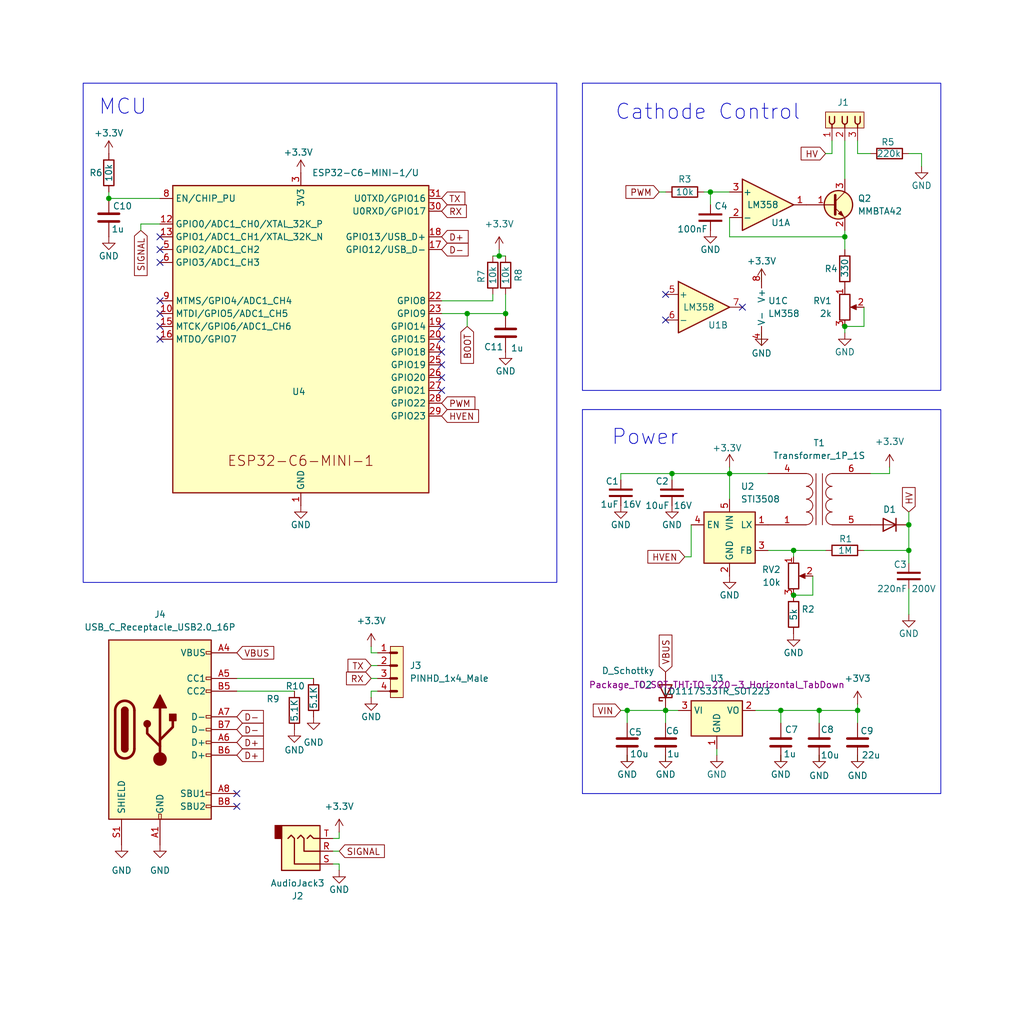
<source format=kicad_sch>
(kicad_sch (version 20231120) (generator "eeschema") (generator_version "8.0")
  (paper "User" 203.2 203.2)
  (title_block (title "IN-13 Device"))
  (lib_symbols
    (symbol "Amplifier_Operational:LM358" (pin_names (offset 0.127))
      (property "Reference" "U" (at 0 5.08 0))
      (property "Value" "LM358" (at 0 -5.08 0))
      (symbol "LM358_1_1"
        (polyline (pts (xy -5.08 5.08) (xy 5.08 0) (xy -5.08 -5.08) (xy -5.08 5.08)) (stroke (width 0.254)) (fill (type background)))
        (pin output line (at 7.62 0 180) (length 2.54) (name "~") (number "1"))
        (pin input line (at -7.62 -2.54 0) (length 2.54) (name "-") (number "2"))
        (pin input line (at -7.62 2.54 0) (length 2.54) (name "+") (number "3"))
      )
      (symbol "LM358_2_1"
        (polyline (pts (xy -5.08 5.08) (xy 5.08 0) (xy -5.08 -5.08) (xy -5.08 5.08)) (stroke (width 0.254)) (fill (type background)))
        (pin input line (at -7.62 2.54 0) (length 2.54) (name "+") (number "5"))
        (pin input line (at -7.62 -2.54 0) (length 2.54) (name "-") (number "6"))
        (pin output line (at 7.62 0 180) (length 2.54) (name "~") (number "7"))
      )
      (symbol "LM358_3_1"
        (pin power_in line (at -2.54 -7.62 90) (length 3.81) (name "V-") (number "4"))
        (pin power_in line (at -2.54 7.62 270) (length 3.81) (name "V+") (number "8"))
      )
    )
    (symbol "Connector:USB_C_Receptacle_USB2.0_16P" (pin_names (offset 1.016))
      (property "Reference" "J" (at 0 22.225 0))
      (property "Value" "USB_C_Receptacle_USB2.0_16P" (at 0 19.685 0))
      (symbol "USB_C_Receptacle_USB2.0_16P_0_0"
        (rectangle (start -0.254 -17.78) (end 0.254 -16.764))
        (rectangle (start 10.16 -14.986) (end 9.144 -15.494))
        (rectangle (start 10.16 -12.446) (end 9.144 -12.954))
        (rectangle (start 10.16 -4.826) (end 9.144 -5.334))
        (rectangle (start 10.16 -2.286) (end 9.144 -2.794))
        (rectangle (start 10.16 0.254) (end 9.144 -0.254))
        (rectangle (start 10.16 2.794) (end 9.144 2.286))
        (rectangle (start 10.16 7.874) (end 9.144 7.366))
        (rectangle (start 10.16 10.414) (end 9.144 9.906))
        (rectangle (start 10.16 15.494) (end 9.144 14.986))
      )
      (symbol "USB_C_Receptacle_USB2.0_16P_0_1"
        (rectangle (start -10.16 17.78) (end 10.16 -17.78) (stroke (width 0.254)) (fill (type background)))
        (arc (start -8.89 -3.81) (mid -6.985 -5.7067) (end -5.08 -3.81) (stroke (width 0.508)))
        (arc (start -7.62 -3.81) (mid -6.985 -4.4423) (end -6.35 -3.81) (stroke (width 0.254)))
        (arc (start -7.62 -3.81) (mid -6.985 -4.4423) (end -6.35 -3.81) (stroke (width 0.254)) (fill (type outline)))
        (rectangle (start -7.62 -3.81) (end -6.35 3.81) (stroke (width 0.254)) (fill (type outline)))
        (arc (start -6.35 3.81) (mid -6.985 4.4423) (end -7.62 3.81) (stroke (width 0.254)))
        (arc (start -6.35 3.81) (mid -6.985 4.4423) (end -7.62 3.81) (stroke (width 0.254)) (fill (type outline)))
        (arc (start -5.08 3.81) (mid -6.985 5.7067) (end -8.89 3.81) (stroke (width 0.508)))
        (circle (center -2.54 1.143) (radius 0.635) (stroke (width 0.254)) (fill (type outline)))
        (circle (center 0 -5.842) (radius 1.27) (fill (type outline)))
        (polyline (pts (xy -8.89 -3.81) (xy -8.89 3.81)) (stroke (width 0.508)))
        (polyline (pts (xy -5.08 3.81) (xy -5.08 -3.81)) (stroke (width 0.508)))
        (polyline (pts (xy 0 -5.842) (xy 0 4.318)) (stroke (width 0.508)))
        (polyline (pts (xy 0 -3.302) (xy -2.54 -0.762) (xy -2.54 0.508)) (stroke (width 0.508)))
        (polyline (pts (xy 0 -2.032) (xy 2.54 0.508) (xy 2.54 1.778)) (stroke (width 0.508)))
        (polyline (pts (xy -1.27 4.318) (xy 0 6.858) (xy 1.27 4.318) (xy -1.27 4.318)) (stroke (width 0.254)) (fill (type outline)))
        (rectangle (start 1.905 1.778) (end 3.175 3.048) (stroke (width 0.254)) (fill (type outline)))
      )
      (symbol "USB_C_Receptacle_USB2.0_16P_1_1"
        (pin passive line (at 0 -22.86 90) (length 5.08) (name "GND") (number "A1"))
        (pin passive line (at 0 -22.86 90) (length 5.08) hide (name "GND") (number "A12"))
        (pin passive line (at 15.24 15.24 180) (length 5.08) (name "VBUS") (number "A4"))
        (pin bidirectional line (at 15.24 10.16 180) (length 5.08) (name "CC1") (number "A5"))
        (pin bidirectional line (at 15.24 -2.54 180) (length 5.08) (name "D+") (number "A6"))
        (pin bidirectional line (at 15.24 2.54 180) (length 5.08) (name "D-") (number "A7"))
        (pin bidirectional line (at 15.24 -12.7 180) (length 5.08) (name "SBU1") (number "A8"))
        (pin passive line (at 15.24 15.24 180) (length 5.08) hide (name "VBUS") (number "A9"))
        (pin passive line (at 0 -22.86 90) (length 5.08) hide (name "GND") (number "B1"))
        (pin passive line (at 0 -22.86 90) (length 5.08) hide (name "GND") (number "B12"))
        (pin passive line (at 15.24 15.24 180) (length 5.08) hide (name "VBUS") (number "B4"))
        (pin bidirectional line (at 15.24 7.62 180) (length 5.08) (name "CC2") (number "B5"))
        (pin bidirectional line (at 15.24 -5.08 180) (length 5.08) (name "D+") (number "B6"))
        (pin bidirectional line (at 15.24 0 180) (length 5.08) (name "D-") (number "B7"))
        (pin bidirectional line (at 15.24 -15.24 180) (length 5.08) (name "SBU2") (number "B8"))
        (pin passive line (at 15.24 15.24 180) (length 5.08) hide (name "VBUS") (number "B9"))
        (pin passive line (at -7.62 -22.86 90) (length 5.08) (name "SHIELD") (number "S1"))
      )
    )
    (symbol "Connector_Audio:AudioJack3"
      (property "Reference" "J" (at 0 8.89 0))
      (property "Value" "AudioJack3" (at 0 6.35 0))
      (symbol "AudioJack3_0_1"
        (rectangle (start -5.08 -5.08) (end -6.35 -2.54) (stroke (width 0.254)) (fill (type outline)))
        (polyline (pts (xy 0 -2.54) (xy 0.635 -3.175) (xy 1.27 -2.54) (xy 2.54 -2.54)) (stroke (width 0.254)))
        (polyline (pts (xy -1.905 -2.54) (xy -1.27 -3.175) (xy -0.635 -2.54) (xy -0.635 0) (xy 2.54 0)) (stroke (width 0.254)))
        (polyline (pts (xy 2.54 2.54) (xy -2.54 2.54) (xy -2.54 -2.54) (xy -3.175 -3.175) (xy -3.81 -2.54)) (stroke (width 0.254)))
        (rectangle (start 2.54 3.81) (end -5.08 -5.08) (stroke (width 0.254)) (fill (type background)))
      )
      (symbol "AudioJack3_1_1"
        (pin passive line (at 5.08 0 180) (length 2.54) (name "~") (number "R"))
        (pin passive line (at 5.08 2.54 180) (length 2.54) (name "~") (number "S"))
        (pin passive line (at 5.08 -2.54 180) (length 2.54) (name "~") (number "T"))
      )
    )
    (symbol "Device:C" (pin_numbers hide) (pin_names (offset 0.254))
      (property "Reference" "C" (at 0.635 2.54 0))
      (property "Value" "C" (at 0.635 -2.54 0))
      (symbol "C_0_1"
        (polyline (pts (xy -2.032 -0.762) (xy 2.032 -0.762)) (stroke (width 0.508)))
        (polyline (pts (xy -2.032 0.762) (xy 2.032 0.762)) (stroke (width 0.508)))
      )
      (symbol "C_1_1"
        (pin passive line (at 0 3.81 270) (length 2.794) (name "~") (number "1"))
        (pin passive line (at 0 -3.81 90) (length 2.794) (name "~") (number "2"))
      )
    )
    (symbol "Device:D_Schottky" (pin_numbers hide) (pin_names (offset 1.016) hide)
      (property "Reference" "D" (at 0 2.54 0))
      (property "Value" "D_Schottky" (at 0 -2.54 0))
      (symbol "D_Schottky_0_1"
        (polyline (pts (xy 1.27 0) (xy -1.27 0)))
        (polyline (pts (xy 1.27 1.27) (xy 1.27 -1.27) (xy -1.27 0) (xy 1.27 1.27)) (stroke (width 0.254)))
        (polyline (pts (xy -1.905 0.635) (xy -1.905 1.27) (xy -1.27 1.27) (xy -1.27 -1.27) (xy -0.635 -1.27) (xy -0.635 -0.635)) (stroke (width 0.254)))
      )
      (symbol "D_Schottky_1_1"
        (pin passive line (at -3.81 0 0) (length 2.54) (name "K") (number "1"))
        (pin passive line (at 3.81 0 180) (length 2.54) (name "A") (number "2"))
      )
    )
    (symbol "Device:R" (pin_numbers hide) (pin_names (offset 0))
      (property "Reference" "R" (at 2.032 0 90))
      (property "Value" "R" (at 0 0 90))
      (symbol "R_0_1"
        (rectangle (start -1.016 -2.54) (end 1.016 2.54) (stroke (width 0.254)))
      )
      (symbol "R_1_1"
        (pin passive line (at 0 3.81 270) (length 1.27) (name "~") (number "1"))
        (pin passive line (at 0 -3.81 90) (length 1.27) (name "~") (number "2"))
      )
    )
    (symbol "Device:R_Potentiometer" (pin_names (offset 1.016) hide)
      (property "Reference" "RV" (at -4.445 0 90))
      (property "Value" "R_Potentiometer" (at -2.54 0 90))
      (symbol "R_Potentiometer_0_1"
        (polyline (pts (xy 2.54 0) (xy 1.524 0)))
        (polyline (pts (xy 1.143 0) (xy 2.286 0.508) (xy 2.286 -0.508) (xy 1.143 0)) (fill (type outline)))
        (rectangle (start 1.016 2.54) (end -1.016 -2.54) (stroke (width 0.254)))
      )
      (symbol "R_Potentiometer_1_1"
        (pin passive line (at 0 3.81 270) (length 1.27) (name "1") (number "1"))
        (pin passive line (at 3.81 0 180) (length 1.27) (name "2") (number "2"))
        (pin passive line (at 0 -3.81 90) (length 1.27) (name "3") (number "3"))
      )
    )
    (symbol "Diode:US1G" (pin_numbers hide) (pin_names hide)
      (property "Reference" "D" (at 0 2.54 0))
      (property "Value" "US1G" (at 0 -2.54 0))
      (symbol "US1G_0_1"
        (polyline (pts (xy -1.27 1.27) (xy -1.27 -1.27)) (stroke (width 0.254)))
        (polyline (pts (xy 1.27 0) (xy -1.27 0)))
        (polyline (pts (xy 1.27 1.27) (xy 1.27 -1.27) (xy -1.27 0) (xy 1.27 1.27)) (stroke (width 0.254)))
      )
      (symbol "US1G_1_1"
        (pin passive line (at -3.81 0 0) (length 2.54) (name "K") (number "1"))
        (pin passive line (at 3.81 0 180) (length 2.54) (name "A") (number "2"))
      )
    )
    (symbol "IN13-Device:EE0504S_Transformer" (pin_names (offset 1.016) hide)
      (property "Reference" "T1" (at 0 11.176 0))
      (property "Value" "EE0504S_Transformer" (at 0 8.636 0))
      (symbol "EE0504S_Transformer_0_1"
        (arc (start -2.54 -5.0546) (mid -1.6599 -4.6901) (end -1.27 -3.81))
        (arc (start -2.54 -2.5146) (mid -1.6599 -2.1501) (end -1.27 -1.27))
        (arc (start -2.54 0.0254) (mid -1.6599 0.3899) (end -1.27 1.27))
        (arc (start -2.54 2.5654) (mid -1.6599 2.9299) (end -1.27 3.81))
        (arc (start -1.27 -3.81) (mid -1.642 -2.912) (end -2.54 -2.54))
        (arc (start -1.27 -1.27) (mid -1.642 -0.372) (end -2.54 0))
        (arc (start -1.27 1.27) (mid -1.642 2.168) (end -2.54 2.54))
        (arc (start -1.27 3.81) (mid -1.642 4.708) (end -2.54 5.08))
        (polyline (pts (xy -0.635 5.08) (xy -0.635 -5.08)))
        (polyline (pts (xy 0.635 -5.08) (xy 0.635 5.08)))
        (arc (start 1.2954 -1.27) (mid 1.6599 -2.1501) (end 2.54 -2.5146))
        (arc (start 1.2954 1.27) (mid 1.6599 0.3899) (end 2.54 0.0254))
        (arc (start 1.2954 3.81) (mid 1.6599 2.9299) (end 2.54 2.5654))
        (arc (start 1.3208 -3.81) (mid 1.6853 -4.6901) (end 2.5654 -5.0546))
        (arc (start 2.54 0) (mid 1.642 -0.372) (end 1.2954 -1.27))
        (arc (start 2.54 2.54) (mid 1.642 2.168) (end 1.2954 1.27))
        (arc (start 2.54 5.08) (mid 1.642 4.708) (end 1.2954 3.81))
        (arc (start 2.5654 -2.54) (mid 1.6674 -2.912) (end 1.3208 -3.81))
      )
      (symbol "EE0504S_Transformer_1_1"
        (pin passive line (at -10.16 -5.08 0) (length 7.62) (name "AB") (number "1"))
        (pin passive line (at -10.16 5.08 0) (length 7.62) (name "AA") (number "4"))
        (pin passive line (at 10.16 -5.08 180) (length 7.62) (name "SA") (number "5"))
        (pin passive line (at 10.16 5.08 180) (length 7.62) (name "SB") (number "6"))
      )
    )
    (symbol "IN13-Device:STI3508"
      (property "Reference" "U2" (at 2.1941 10.16 0))
      (property "Value" "STI3508" (at 2.1941 7.62 0))
      (symbol "STI3508_0_1"
        (rectangle (start 5.08 -5.08) (end -5.08 5.08) (stroke (width 0.254)) (fill (type background)))
      )
      (symbol "STI3508_1_1"
        (pin open_collector line (at 7.62 2.54 180) (length 2.54) (name "LX") (number "1"))
        (pin power_in line (at 0 -7.62 90) (length 2.54) (name "GND") (number "2"))
        (pin input line (at 7.62 -2.54 180) (length 2.54) (name "FB") (number "3"))
        (pin input line (at -7.62 2.54 0) (length 2.54) (name "EN") (number "4"))
        (pin power_in line (at 0 7.62 270) (length 2.54) (name "VIN") (number "5"))
        (pin no_connect line (at -5.08 -2.54 0) (length 2.54) hide (name "~") (number "6"))
      )
    )
    (symbol "PCM_Espressif:ESP32-C6-MINI-1/U"
      (property "Reference" "U" (at -25.4 35.56 0))
      (property "Value" "ESP32-C6-MINI-1/U" (at -25.4 33.02 0))
      (symbol "ESP32-C6-MINI-1/U_0_0"
        (text "ESP32-C6-MINI-1" (at 0 -24.13 0) (effects (font (size 2 2))))
      )
      (symbol "ESP32-C6-MINI-1/U_0_1"
        (rectangle (start -25.4 30.48) (end 25.4 -30.48) (stroke (width 0.254)) (fill (type background)))
      )
      (symbol "ESP32-C6-MINI-1/U_1_1"
        (pin power_in line (at 0 -33.02 90) (length 2.54) (name "GND") (number "1"))
        (pin bidirectional line (at -27.94 5.08 0) (length 2.54) (name "MTDI/GPIO5/ADC1_CH5") (number "10"))
        (pin passive line (at 0 -33.02 90) (length 2.54) hide (name "GND") (number "11"))
        (pin bidirectional line (at -27.94 22.86 0) (length 2.54) (name "GPIO0/ADC1_CH0/XTAL_32K_P") (number "12"))
        (pin bidirectional line (at -27.94 20.32 0) (length 2.54) (name "GPIO1/ADC1_CH1/XTAL_32K_N") (number "13"))
        (pin passive line (at 0 -33.02 90) (length 2.54) hide (name "GND") (number "14"))
        (pin bidirectional line (at -27.94 2.54 0) (length 2.54) (name "MTCK/GPIO6/ADC1_CH6") (number "15"))
        (pin bidirectional line (at -27.94 0 0) (length 2.54) (name "MTDO/GPIO7") (number "16"))
        (pin bidirectional line (at 27.94 17.78 180) (length 2.54) (name "GPIO12/USB_D-") (number "17"))
        (pin bidirectional line (at 27.94 20.32 180) (length 2.54) (name "GPIO13/USB_D+") (number "18"))
        (pin bidirectional line (at 27.94 2.54 180) (length 2.54) (name "GPIO14") (number "19"))
        (pin passive line (at 0 -33.02 90) (length 2.54) hide (name "GND") (number "2"))
        (pin bidirectional line (at 27.94 0 180) (length 2.54) (name "GPIO15") (number "20"))
        (pin no_connect line (at -25.4 -10.16 0) (length 2.54) hide (name "NC") (number "21"))
        (pin bidirectional line (at 27.94 7.62 180) (length 2.54) (name "GPIO8") (number "22"))
        (pin bidirectional line (at 27.94 5.08 180) (length 2.54) (name "GPIO9") (number "23"))
        (pin bidirectional line (at 27.94 -2.54 180) (length 2.54) (name "GPIO18") (number "24"))
        (pin bidirectional line (at 27.94 -5.08 180) (length 2.54) (name "GPIO19") (number "25"))
        (pin bidirectional line (at 27.94 -7.62 180) (length 2.54) (name "GPIO20") (number "26"))
        (pin bidirectional line (at 27.94 -10.16 180) (length 2.54) (name "GPIO21") (number "27"))
        (pin bidirectional line (at 27.94 -12.7 180) (length 2.54) (name "GPIO22") (number "28"))
        (pin bidirectional line (at 27.94 -15.24 180) (length 2.54) (name "GPIO23") (number "29"))
        (pin power_in line (at 0 33.02 270) (length 2.54) (name "3V3") (number "3"))
        (pin bidirectional line (at 27.94 25.4 180) (length 2.54) (name "U0RXD/GPIO17") (number "30"))
        (pin bidirectional line (at 27.94 27.94 180) (length 2.54) (name "U0TXD/GPIO16") (number "31"))
        (pin no_connect line (at -25.4 -12.7 0) (length 2.54) hide (name "NC") (number "32"))
        (pin no_connect line (at -25.4 -15.24 0) (length 2.54) hide (name "NC") (number "33"))
        (pin no_connect line (at -25.4 -17.78 0) (length 2.54) hide (name "NC") (number "34"))
        (pin no_connect line (at -25.4 -20.32 0) (length 2.54) hide (name "NC") (number "35"))
        (pin passive line (at 0 -33.02 90) (length 2.54) hide (name "GND") (number "36"))
        (pin passive line (at 0 -33.02 90) (length 2.54) hide (name "GND") (number "37"))
        (pin passive line (at 0 -33.02 90) (length 2.54) hide (name "GND") (number "38"))
        (pin passive line (at 0 -33.02 90) (length 2.54) hide (name "GND") (number "39"))
        (pin no_connect line (at -25.4 -5.08 0) (length 2.54) hide (name "NC") (number "4"))
        (pin passive line (at 0 -33.02 90) (length 2.54) hide (name "GND") (number "40"))
        (pin passive line (at 0 -33.02 90) (length 2.54) hide (name "GND") (number "41"))
        (pin passive line (at 0 -33.02 90) (length 2.54) hide (name "GND") (number "42"))
        (pin passive line (at 0 -33.02 90) (length 2.54) hide (name "GND") (number "43"))
        (pin passive line (at 0 -33.02 90) (length 2.54) hide (name "GND") (number "44"))
        (pin passive line (at 0 -33.02 90) (length 2.54) hide (name "GND") (number "45"))
        (pin passive line (at 0 -33.02 90) (length 2.54) hide (name "GND") (number "46"))
        (pin passive line (at 0 -33.02 90) (length 2.54) hide (name "GND") (number "47"))
        (pin passive line (at 0 -33.02 90) (length 2.54) hide (name "GND") (number "48"))
        (pin passive line (at 0 -33.02 90) (length 2.54) hide (name "GND") (number "49"))
        (pin bidirectional line (at -27.94 17.78 0) (length 2.54) (name "GPIO2/ADC1_CH2") (number "5"))
        (pin passive line (at 0 -33.02 90) (length 2.54) hide (name "GND") (number "50"))
        (pin passive line (at 0 -33.02 90) (length 2.54) hide (name "GND") (number "51"))
        (pin passive line (at 0 -33.02 90) (length 2.54) hide (name "GND") (number "52"))
        (pin passive line (at 0 -33.02 90) (length 2.54) hide (name "GND") (number "53"))
        (pin bidirectional line (at -27.94 15.24 0) (length 2.54) (name "GPIO3/ADC1_CH3") (number "6"))
        (pin no_connect line (at -25.4 -7.62 0) (length 2.54) hide (name "NC") (number "7"))
        (pin input line (at -27.94 27.94 0) (length 2.54) (name "EN/CHIP_PU") (number "8"))
        (pin bidirectional line (at -27.94 7.62 0) (length 2.54) (name "MTMS/GPIO4/ADC1_CH4") (number "9"))
      )
    )
    (symbol "PCM_SL_Devices:Capacitor_NP"
      (property "Reference" "C" (at 0 6.35 0))
      (property "Value" "Capacitor_NP" (at 0 3.81 0))
      (symbol "Capacitor_NP_0_1"
        (rectangle (start -0.762 2.286) (end -0.508 -2.286) (fill (type outline)))
        (rectangle (start 0.508 2.286) (end 0.762 -2.286) (fill (type outline)))
      )
      (symbol "Capacitor_NP_1_1"
        (pin passive line (at -2.54 0 0) (length 2) (name "~") (number "1"))
        (pin input line (at 2.54 0 180) (length 2) (name "~") (number "2"))
      )
    )
    (symbol "PCM_SL_Pin_Headers:PINHD_1x3_Female"
      (property "Reference" "J" (at 0 8.89 0))
      (property "Value" "PINHD_1x3_Female" (at 0 6.35 0))
      (symbol "PINHD_1x3_Female_0_1"
        (rectangle (start -1.27 3.81) (end 1.905 -3.81) (fill (type background)))
        (arc (start -0.508 -2.54) (mid -0.3592 -2.8992) (end 0 -3.048) (stroke (width 0.25)))
        (arc (start -0.508 0) (mid -0.3592 -0.3592) (end 0 -0.508) (stroke (width 0.25)))
        (arc (start -0.508 2.54) (mid -0.3592 2.1808) (end 0 2.032) (stroke (width 0.25)))
        (arc (start 0 -2.032) (mid -0.3592 -2.1808) (end -0.508 -2.54) (stroke (width 0.25)))
        (polyline (pts (xy -1.27 -2.54) (xy -0.508 -2.54)) (stroke (width 0.25)))
        (polyline (pts (xy -1.27 0) (xy -0.508 0)) (stroke (width 0.25)))
        (polyline (pts (xy -1.27 2.54) (xy -0.508 2.54)) (stroke (width 0.25)))
        (polyline (pts (xy 0 -3.048) (xy 1.016 -3.048)) (stroke (width 0.25)))
        (polyline (pts (xy 0 -2.032) (xy 1.016 -2.032)) (stroke (width 0.25)))
        (polyline (pts (xy 0 -0.508) (xy 1.016 -0.508)) (stroke (width 0.25)))
        (polyline (pts (xy 0 0.508) (xy 1.016 0.508)) (stroke (width 0.25)))
        (polyline (pts (xy 0 2.032) (xy 1.016 2.032)) (stroke (width 0.25)))
        (polyline (pts (xy 0 3.048) (xy 1.016 3.048)) (stroke (width 0.25)))
        (arc (start 0 0.508) (mid -0.3592 0.3592) (end -0.508 0) (stroke (width 0.25)))
        (arc (start 0 3.048) (mid -0.3592 2.8992) (end -0.508 2.54) (stroke (width 0.25)))
      )
      (symbol "PINHD_1x3_Female_1_1"
        (pin passive line (at -3.81 2.54 0) (length 2.54) (name "") (number "1"))
        (pin passive line (at -3.81 0 0) (length 2.54) (name "") (number "2"))
        (pin passive line (at -3.81 -2.54 0) (length 2.54) (name "") (number "3"))
      )
    )
    (symbol "PCM_SL_Pin_Headers:PINHD_1x4_Male"
      (property "Reference" "J" (at 0 8.89 0))
      (property "Value" "PINHD_1x4_Male" (at 0 6.35 0))
      (symbol "PINHD_1x4_Male_0_1"
        (rectangle (start -1.27 5.08) (end 1.27 -5.08) (fill (type background)))
        (polyline (pts (xy -1.27 -3.81) (xy 0 -3.81)) (stroke (width 0.3)))
        (polyline (pts (xy -1.27 -3.81) (xy 0 -3.81)) (stroke (width 0.5)))
        (polyline (pts (xy -1.27 -1.27) (xy 0 -1.27)) (stroke (width 0.3)))
        (polyline (pts (xy -1.27 -1.27) (xy 0 -1.27)) (stroke (width 0.5)))
        (polyline (pts (xy -1.27 1.27) (xy 0 1.27)) (stroke (width 0.3)))
        (polyline (pts (xy -1.27 1.27) (xy 0 1.27)) (stroke (width 0.5)))
        (polyline (pts (xy -1.27 3.81) (xy 0 3.81)) (stroke (width 0.3)))
        (polyline (pts (xy -1.27 3.81) (xy 0 3.81)) (stroke (width 0.5)))
      )
      (symbol "PINHD_1x4_Male_1_1"
        (pin passive line (at -3.81 3.81 0) (length 2.54) (name "") (number "1"))
        (pin passive line (at -3.81 1.27 0) (length 2.54) (name "") (number "2"))
        (pin passive line (at -3.81 -1.27 0) (length 2.54) (name "") (number "3"))
        (pin passive line (at -3.81 -3.81 0) (length 2.54) (name "") (number "4"))
      )
    )
    (symbol "PCM_Transistor_BJT_AKL:MMBTA42" (pin_names hide)
      (property "Reference" "Q" (at 5.08 1.27 0))
      (property "Value" "MMBTA42" (at 5.08 -1.27 0))
      (symbol "MMBTA42_0_1"
        (polyline (pts (xy 0.635 0.635) (xy 2.54 2.54)))
        (polyline (pts (xy 0.635 -0.635) (xy 2.54 -2.54) (xy 2.54 -2.54)))
        (polyline (pts (xy 0.635 1.905) (xy 0.635 -1.905) (xy 0.635 -1.905)) (stroke (width 0.508)))
        (polyline (pts (xy 1.27 -1.778) (xy 1.778 -1.27) (xy 2.286 -2.286) (xy 1.27 -1.778) (xy 1.27 -1.778)) (fill (type outline)))
        (circle (center 1.27 0) (radius 2.8194) (stroke (width 0.254)) (fill (type background)))
      )
      (symbol "MMBTA42_1_1"
        (pin input line (at -5.08 0 0) (length 5.715) (name "B") (number "1"))
        (pin passive line (at 2.54 -5.08 90) (length 2.54) (name "E") (number "2"))
        (pin passive line (at 2.54 5.08 270) (length 2.54) (name "C") (number "3"))
      )
    )
    (symbol "Regulator_Linear:LD1117S33TR_SOT223"
      (property "Reference" "U" (at -3.81 3.175 0))
      (property "Value" "LD1117S33TR_SOT223" (at 0 3.175 0))
      (symbol "LD1117S33TR_SOT223_0_1"
        (rectangle (start -5.08 -5.08) (end 5.08 1.905) (stroke (width 0.254)) (fill (type background)))
      )
      (symbol "LD1117S33TR_SOT223_1_1"
        (pin power_in line (at 0 -7.62 90) (length 2.54) (name "GND") (number "1"))
        (pin power_out line (at 7.62 0 180) (length 2.54) (name "VO") (number "2"))
        (pin power_in line (at -7.62 0 0) (length 2.54) (name "VI") (number "3"))
      )
    )
    (symbol "power:+3.3V" (power) (pin_numbers hide) (pin_names (offset 0) hide)
      (property "Value" "+3.3V" (at 0 3.556 0))
      (symbol "+3.3V_0_1"
        (polyline (pts (xy -0.762 1.27) (xy 0 2.54)))
        (polyline (pts (xy 0 0) (xy 0 2.54)))
        (polyline (pts (xy 0 2.54) (xy 0.762 1.27)))
      )
      (symbol "+3.3V_1_1"
        (pin power_in line (at 0 0 90) (length 0) (name "~") (number "1"))
      )
    )
    (symbol "power:+3V3" (power) (pin_numbers hide) (pin_names (offset 0) hide)
      (property "Value" "+3V3" (at 0 3.556 0))
      (symbol "+3V3_0_1"
        (polyline (pts (xy -0.762 1.27) (xy 0 2.54)))
        (polyline (pts (xy 0 0) (xy 0 2.54)))
        (polyline (pts (xy 0 2.54) (xy 0.762 1.27)))
      )
      (symbol "+3V3_1_1"
        (pin power_in line (at 0 0 90) (length 0) (name "~") (number "1"))
      )
    )
    (symbol "power:GND" (power) (pin_numbers hide) (pin_names (offset 0) hide)
      (property "Value" "GND" (at 0 -3.81 0))
      (symbol "GND_0_1"
        (polyline (pts (xy 0 0) (xy 0 -1.27) (xy 1.27 -1.27) (xy 0 -2.54) (xy -1.27 -1.27) (xy 0 -1.27)))
      )
      (symbol "GND_1_1"
        (pin power_in line (at 0 0 270) (length 0) (name "~") (number "1"))
      )
    )
    (symbol "power:PWR_FLAG" (power) (pin_numbers hide) (pin_names (offset 0) hide)
      (property "Value" "PWR_FLAG" (at 0 3.81 0))
      (symbol "PWR_FLAG_0_0"
        (pin power_out line (at 0 0 90) (length 0) (name "~") (number "1"))
      )
      (symbol "PWR_FLAG_0_1"
        (polyline (pts (xy 0 0) (xy 0 1.27) (xy -1.016 1.905) (xy 0 2.54) (xy 1.016 1.905) (xy 0 1.27)))
      )
    )
  )
  (junction (at 180.34 109.22))
  (junction (at 99.06 50.8))
  (junction (at 157.48 118.11))
  (junction (at 133.35 93.98))
  (junction (at 100.33 62.23))
  (junction (at 167.64 64.77))
  (junction (at 132.08 140.97))
  (junction (at 170.18 140.97))
  (junction (at 167.64 46.99))
  (junction (at 162.56 140.97))
  (junction (at 124.46 140.97))
  (junction (at 21.59 39.37))
  (junction (at 144.78 93.98))
  (junction (at 92.71 62.23))
  (junction (at 180.34 104.14))
  (junction (at 157.48 109.22))
  (junction (at 140.97 38.1))
  (junction (at 154.94 140.97))
  (no_connect (at 87.63 72.39))
  (no_connect (at 31.75 49.53))
  (no_connect (at 87.63 74.93))
  (no_connect (at 87.63 69.85))
  (no_connect (at 31.75 64.77))
  (no_connect (at 87.63 67.31))
  (no_connect (at 31.75 59.69))
  (no_connect (at 46.99 160.02))
  (no_connect (at 87.63 64.77))
  (no_connect (at 31.75 52.07))
  (no_connect (at 147.32 60.96))
  (no_connect (at 132.08 63.5))
  (no_connect (at 132.08 58.42))
  (no_connect (at 31.75 62.23))
  (no_connect (at 31.75 46.99))
  (no_connect (at 46.99 157.48))
  (no_connect (at 31.75 67.31))
  (no_connect (at 87.63 77.47))
  (wire (pts (xy 154.94 149.86) (xy 154.94 151.13)))
  (wire (pts (xy 140.97 38.1) (xy 140.97 40.64)))
  (wire (pts (xy 161.29 118.11) (xy 157.48 118.11)))
  (wire (pts (xy 99.06 50.8) (xy 99.06 49.53)))
  (wire (pts (xy 140.97 38.1) (xy 144.78 38.1)))
  (wire (pts (xy 165.1 30.48) (xy 165.1 27.94)))
  (wire (pts (xy 67.31 171.45) (xy 66.04 171.45)))
  (wire (pts (xy 157.48 109.22) (xy 157.48 110.49)))
  (wire (pts (xy 170.18 149.86) (xy 170.18 151.13)))
  (wire (pts (xy 135.89 110.49) (xy 137.16 110.49)))
  (wire (pts (xy 170.18 140.97) (xy 170.18 143.51)))
  (wire (pts (xy 87.63 59.69) (xy 97.79 59.69)))
  (wire (pts (xy 73.66 129.54) (xy 74.93 129.54)))
  (wire (pts (xy 92.71 62.23) (xy 92.71 64.77)))
  (wire (pts (xy 123.19 95.25) (xy 123.19 93.98)))
  (wire (pts (xy 171.45 60.96) (xy 171.45 64.77)))
  (wire (pts (xy 154.94 140.97) (xy 154.94 143.51)))
  (wire (pts (xy 99.06 50.8) (xy 100.33 50.8)))
  (wire (pts (xy 161.29 114.3) (xy 161.29 118.11)))
  (wire (pts (xy 167.64 46.99) (xy 144.78 46.99)))
  (wire (pts (xy 100.33 58.42) (xy 100.33 62.23)))
  (wire (pts (xy 167.64 64.77) (xy 167.64 66.04)))
  (wire (pts (xy 144.78 46.99) (xy 144.78 43.18)))
  (wire (pts (xy 73.66 137.16) (xy 73.66 138.43)))
  (wire (pts (xy 66.04 168.91) (xy 67.31 168.91)))
  (wire (pts (xy 170.18 30.48) (xy 172.72 30.48)))
  (wire (pts (xy 137.16 104.14) (xy 137.16 110.49)))
  (wire (pts (xy 180.34 109.22) (xy 180.34 111.76)))
  (wire (pts (xy 157.48 109.22) (xy 163.83 109.22)))
  (wire (pts (xy 87.63 62.23) (xy 92.71 62.23)))
  (wire (pts (xy 27.94 44.45) (xy 31.75 44.45)))
  (wire (pts (xy 149.86 140.97) (xy 154.94 140.97)))
  (wire (pts (xy 152.4 109.22) (xy 157.48 109.22)))
  (wire (pts (xy 162.56 140.97) (xy 162.56 143.51)))
  (wire (pts (xy 132.08 140.97) (xy 132.08 143.51)))
  (wire (pts (xy 182.88 30.48) (xy 182.88 33.02)))
  (wire (pts (xy 167.64 46.99) (xy 167.64 49.53)))
  (wire (pts (xy 154.94 140.97) (xy 162.56 140.97)))
  (wire (pts (xy 73.66 134.62) (xy 74.93 134.62)))
  (wire (pts (xy 92.71 62.23) (xy 100.33 62.23)))
  (wire (pts (xy 180.34 101.6) (xy 180.34 104.14)))
  (wire (pts (xy 167.64 45.72) (xy 167.64 46.99)))
  (wire (pts (xy 180.34 30.48) (xy 182.88 30.48)))
  (wire (pts (xy 21.59 38.1) (xy 21.59 39.37)))
  (wire (pts (xy 67.31 166.37) (xy 66.04 166.37)))
  (wire (pts (xy 133.35 93.98) (xy 133.35 95.25)))
  (wire (pts (xy 21.59 39.37) (xy 31.75 39.37)))
  (wire (pts (xy 27.94 45.72) (xy 27.94 44.45)))
  (wire (pts (xy 67.31 172.72) (xy 67.31 171.45)))
  (wire (pts (xy 144.78 92.71) (xy 144.78 93.98)))
  (wire (pts (xy 162.56 149.86) (xy 162.56 151.13)))
  (wire (pts (xy 133.35 93.98) (xy 144.78 93.98)))
  (wire (pts (xy 171.45 109.22) (xy 180.34 109.22)))
  (wire (pts (xy 180.34 121.92) (xy 180.34 116.84)))
  (wire (pts (xy 124.46 140.97) (xy 132.08 140.97)))
  (wire (pts (xy 97.79 50.8) (xy 99.06 50.8)))
  (wire (pts (xy 171.45 64.77) (xy 167.64 64.77)))
  (wire (pts (xy 73.66 128.27) (xy 73.66 129.54)))
  (wire (pts (xy 162.56 140.97) (xy 170.18 140.97)))
  (wire (pts (xy 123.19 140.97) (xy 124.46 140.97)))
  (wire (pts (xy 46.99 134.62) (xy 62.23 134.62)))
  (wire (pts (xy 139.7 38.1) (xy 140.97 38.1)))
  (wire (pts (xy 97.79 59.69) (xy 97.79 58.42)))
  (wire (pts (xy 142.24 149.86) (xy 142.24 148.59)))
  (wire (pts (xy 132.08 149.86) (xy 132.08 151.13)))
  (wire (pts (xy 144.78 93.98) (xy 152.4 93.98)))
  (wire (pts (xy 132.08 140.97) (xy 134.62 140.97)))
  (wire (pts (xy 170.18 139.7) (xy 170.18 140.97)))
  (wire (pts (xy 167.64 27.94) (xy 167.64 35.56)))
  (wire (pts (xy 124.46 149.86) (xy 124.46 151.13)))
  (wire (pts (xy 151.13 66.04) (xy 151.13 68.58)))
  (wire (pts (xy 74.93 137.16) (xy 73.66 137.16)))
  (wire (pts (xy 151.13 55.88) (xy 151.13 53.34)))
  (wire (pts (xy 132.08 38.1) (xy 130.81 38.1)))
  (wire (pts (xy 144.78 93.98) (xy 144.78 99.06)))
  (wire (pts (xy 180.34 104.14) (xy 180.34 109.22)))
  (wire (pts (xy 46.99 137.16) (xy 58.42 137.16)))
  (wire (pts (xy 163.83 30.48) (xy 165.1 30.48)))
  (wire (pts (xy 123.19 93.98) (xy 133.35 93.98)))
  (wire (pts (xy 67.31 165.1) (xy 67.31 166.37)))
  (wire (pts (xy 73.66 132.08) (xy 74.93 132.08)))
  (wire (pts (xy 170.18 27.94) (xy 170.18 30.48)))
  (wire (pts (xy 176.53 93.98) (xy 176.53 92.71)))
  (wire (pts (xy 124.46 140.97) (xy 124.46 143.51)))
  (wire (pts (xy 172.72 93.98) (xy 176.53 93.98)))
  (rectangle (start 115.57 81.28) (end 186.69 157.48))
  (rectangle (start 115.57 16.51) (end 186.69 77.47))
  (rectangle (start 16.51 16.51) (end 110.49 115.57))
  (text "Cathode Control\n" (at 140.462 22.352 0) (effects (font (size 3 3))))
  (text "MCU" (at 24.384 21.336 0) (effects (font (size 3 3))))
  (text "Power" (at 128.016 86.868 0) (effects (font (size 3 3))))
  (global_label "PWM" (shape input) (at 87.63 80.01 0) (property "Intersheetrefs" "${INTERSHEET_REFS}" (effects (hide yes))))
  (global_label "D+" (shape input) (at 87.63 46.99 0) (property "Intersheetrefs" "${INTERSHEET_REFS}" (effects (hide yes))))
  (global_label "D+" (shape input) (at 46.99 147.32 0) (property "Intersheetrefs" "${INTERSHEET_REFS}" (effects (hide yes))))
  (global_label "PWM" (shape input) (at 130.81 38.1 180) (property "Intersheetrefs" "${INTERSHEET_REFS}" (effects (hide yes))))
  (global_label "VIN" (shape input) (at 265.43 68.58 90) (property "Intersheetrefs" "${INTERSHEET_REFS}" (effects (hide yes))))
  (global_label "HVEN" (shape input) (at 87.63 82.55 0) (property "Intersheetrefs" "${INTERSHEET_REFS}" (effects (hide yes))))
  (global_label "RX" (shape input) (at 73.66 134.62 180) (property "Intersheetrefs" "${INTERSHEET_REFS}" (effects (hide yes))))
  (global_label "TX" (shape input) (at 73.66 132.08 180) (property "Intersheetrefs" "${INTERSHEET_REFS}" (effects (hide yes))))
  (global_label "BOOT" (shape input) (at 92.71 64.77 270) (property "Intersheetrefs" "${INTERSHEET_REFS}" (effects (hide yes))))
  (global_label "RX" (shape input) (at 87.63 41.91 0) (property "Intersheetrefs" "${INTERSHEET_REFS}" (effects (hide yes))))
  (global_label "VBUS" (shape input) (at 46.99 129.54 0) (property "Intersheetrefs" "${INTERSHEET_REFS}" (effects (hide yes))))
  (global_label "D-" (shape input) (at 46.99 144.78 0) (property "Intersheetrefs" "${INTERSHEET_REFS}" (effects (hide yes))))
  (global_label "D-" (shape input) (at 46.99 142.24 0) (property "Intersheetrefs" "${INTERSHEET_REFS}" (effects (hide yes))))
  (global_label "VIN" (shape input) (at 123.19 140.97 180) (property "Intersheetrefs" "${INTERSHEET_REFS}" (effects (hide yes))))
  (global_label "D-" (shape input) (at 87.63 49.53 0) (property "Intersheetrefs" "${INTERSHEET_REFS}" (effects (hide yes))))
  (global_label "HV" (shape input) (at 180.34 101.6 90) (property "Intersheetrefs" "${INTERSHEET_REFS}" (effects (hide yes))))
  (global_label "D+" (shape input) (at 46.99 149.86 0) (property "Intersheetrefs" "${INTERSHEET_REFS}" (effects (hide yes))))
  (global_label "HV" (shape input) (at 163.83 30.48 180) (property "Intersheetrefs" "${INTERSHEET_REFS}" (effects (hide yes))))
  (global_label "SIGNAL" (shape input) (at 67.31 168.91 0) (property "Intersheetrefs" "${INTERSHEET_REFS}" (effects (hide yes))))
  (global_label "HVEN" (shape input) (at 135.89 110.49 180) (property "Intersheetrefs" "${INTERSHEET_REFS}" (effects (hide yes))))
  (global_label "SIGNAL" (shape input) (at 27.94 45.72 270) (property "Intersheetrefs" "${INTERSHEET_REFS}" (effects (hide yes))))
  (global_label "VBUS" (shape input) (at 132.08 133.35 90) (property "Intersheetrefs" "${INTERSHEET_REFS}" (effects (hide yes))))
  (global_label "TX" (shape input) (at 87.63 39.37 0) (property "Intersheetrefs" "${INTERSHEET_REFS}" (effects (hide yes))))
  (symbol (lib_id "IN13-Device:EE0504S_Transformer") (at 162.56 99.06 0) (unit 1)
    (property "Reference" "T1" (at 162.56 87.884 0))
    (property "Value" "Transformer_1P_1S" (at 162.56 90.424 0))
    (property "Footprint" "IN13-Device:EE0504S" (effects (hide yes)))
    (property "Description" "Transformer, single primary, single secondary" (effects (hide yes)))
  )
  (symbol (lib_id "Device:R_Potentiometer") (at 157.48 114.3 0) (unit 1)
    (property "Reference" "RV2" (at 154.94 113.0299 0) (effects (justify right)))
    (property "Value" "10k" (at 154.94 115.5699 0) (effects (justify right)))
    (property "Footprint" "PCM_Potentiometer_SMD_AKL:Potentiometer_Bourns_TC33X_Vertical" (effects (hide yes)))
    (property "Description" "Potentiometer" (effects (hide yes)))
  )
  (symbol (lib_id "Device:R") (at 135.89 38.1 270) (unit 1)
    (property "Reference" "R3" (at 135.89 35.56 90))
    (property "Value" "10k" (at 135.89 38.1 90))
    (property "Footprint" "Resistor_SMD:R_0805_2012Metric" (effects (hide yes)))
    (property "Description" "Resistor" (effects (hide yes)))
  )
  (symbol (lib_id "Device:R") (at 97.79 54.61 180) (unit 1)
    (property "Reference" "R7" (at 95.504 54.864 90))
    (property "Value" "10k" (at 97.79 54.61 90))
    (property "Footprint" "Resistor_SMD:R_0805_2012Metric" (effects (hide yes)))
    (property "Description" "Resistor" (effects (hide yes)))
  )
  (symbol (lib_id "PCM_Espressif:ESP32-C6-MINI-1/U") (at 59.69 67.31 0) (unit 1)
    (property "Reference" "U4" (at 57.912 77.724 0) (effects (justify left)))
    (property "Value" "ESP32-C6-MINI-1/U" (at 61.8841 34.29 0) (effects (justify left)))
    (property "Footprint" "PCM_Espressif:ESP32-C6-MINI-1U" (effects (hide yes)))
    (property "Datasheet" "https://www.espressif.com/sites/default/files/documentation/esp32-c6-mini-1_datasheet_en.pdf" (effects (hide yes)))
    (property "Description" "ESP32-C6-MINI-1 is a module that supports 2.4 GHz Wi-Fi 6 (802.11 ax), Bluetooth® 5 (LE), Zigbee and Thread (802.15.4)" (effects (hide yes)))
  )
  (symbol (lib_id "Device:C") (at 124.46 147.32 0) (unit 1)
    (property "Reference" "C5" (at 124.714 145.288 0) (effects (justify left)))
    (property "Value" "10u" (at 124.968 149.606 0) (effects (justify left)))
    (property "Footprint" "Capacitor_SMD:C_0805_2012Metric" (effects (hide yes)))
    (property "Description" "Unpolarized capacitor" (effects (hide yes)))
  )
  (symbol (lib_id "Amplifier_Operational:LM358") (at 139.7 60.96 0) (unit 2)
    (property "Reference" "U1" (at 142.494 64.516 0))
    (property "Value" "LM358" (at 138.684 60.96 0))
    (property "Footprint" "Package_SO:SOIC-8-1EP_3.9x4.9mm_P1.27mm_EP2.41x3.81mm" (effects (hide yes)))
    (property "Datasheet" "http://www.ti.com/lit/ds/symlink/lm2904-n.pdf" (effects (hide yes)))
    (property "Description" "Low-Power, Dual Operational Amplifiers, DIP-8/SOIC-8/TO-99-8" (effects (hide yes)))
  )
  (symbol (lib_id "power:+3.3V") (at 21.59 30.48 0) (unit 1)
    (property "Reference" "#PWR024" (effects (hide yes)))
    (property "Value" "+3.3V" (at 21.59 26.416 0))
    (property "Description" "Power symbol creates a global label with name \"+3.3V\"" (effects (hide yes)))
  )
  (symbol (lib_id "Regulator_Linear:LD1117S33TR_SOT223") (at 142.24 140.97 0) (unit 1)
    (property "Reference" "U3" (at 142.24 134.62 0))
    (property "Value" "LD1117S33TR_SOT223" (at 142.24 137.16 0))
    (property "Footprint" "Package_TO_SOT_THT:TO-220-3_Horizontal_TabDown" (at 142.24 135.89 0))
    (property "Datasheet" "http://www.st.com/st-web-ui/static/active/en/resource/technical/document/datasheet/CD00000544.pdf" (effects (hide yes)))
    (property "Description" "800mA Fixed Low Drop Positive Voltage Regulator, Fixed Output 3.3V, SOT-223" (effects (hide yes)))
  )
  (symbol (lib_id "PCM_SL_Devices:Capacitor_NP") (at 123.19 97.79 90) (unit 1)
    (property "Reference" "C1" (at 120.142 95.504 90) (effects (justify right)))
    (property "Value" "1uF 16V" (at 119.126 100.076 90) (effects (justify right)))
    (property "Footprint" "Capacitor_SMD:C_0805_2012Metric" (effects (hide yes)))
    (property "Description" "Unpolarized Capacitor" (effects (hide yes)))
  )
  (symbol (lib_id "Device:R") (at 167.64 109.22 90) (unit 1)
    (property "Reference" "R1" (at 169.164 106.934 90) (effects (justify left)))
    (property "Value" "1M" (at 169.164 109.22 90) (effects (justify left)))
    (property "Footprint" "Resistor_SMD:R_0805_2012Metric" (effects (hide yes)))
    (property "Description" "Resistor" (effects (hide yes)))
  )
  (symbol (lib_id "power:GND") (at 255.27 68.58 0) (unit 1)
    (property "Reference" "#PWR013" (effects (hide yes)))
    (property "Value" "GND" (at 255.27 73.66 0))
    (property "Description" "Power symbol creates a global label with name \"GND\" , ground" (effects (hide yes)))
  )
  (symbol (lib_id "power:GND") (at 100.33 69.85 0) (unit 1)
    (property "Reference" "#PWR027" (effects (hide yes)))
    (property "Value" "GND" (at 100.33 73.66 0))
    (property "Description" "Power symbol creates a global label with name \"GND\" , ground" (effects (hide yes)))
  )
  (symbol (lib_id "power:GND") (at 21.59 46.99 0) (unit 1)
    (property "Reference" "#PWR025" (effects (hide yes)))
    (property "Value" "GND" (at 21.59 50.8 0))
    (property "Description" "Power symbol creates a global label with name \"GND\" , ground" (effects (hide yes)))
  )
  (symbol (lib_id "power:GND") (at 151.13 66.04 0) (unit 1)
    (property "Reference" "#PWR015" (effects (hide yes)))
    (property "Value" "GND" (at 151.13 70.104 0))
    (property "Description" "Power symbol creates a global label with name \"GND\" , ground" (effects (hide yes)))
  )
  (symbol (lib_id "IN13-Device:STI3508") (at 144.78 106.68 0) (unit 1)
    (property "Reference" "U2" (at 146.9741 96.52 0) (effects (justify left)))
    (property "Value" "STI3508" (at 146.9741 99.06 0) (effects (justify left)))
    (property "Footprint" "Package_TO_SOT_SMD:SOT-23-6" (effects (hide yes)))
    (property "Datasheet" "https://file.elecfans.com/web2/M00/64/7E/poYBAGMHRZiARft6AAf7FqJAs2A109.pdf" (effects (hide yes)))
    (property "Description" "28V High Efficiency 1MHz, 2A Step Up Regulator" (effects (hide yes)))
  )
  (symbol (lib_id "power:+3.3V") (at 151.13 55.88 0) (unit 1)
    (property "Reference" "#PWR014" (effects (hide yes)))
    (property "Value" "+3.3V" (at 151.13 51.816 0))
    (property "Description" "Power symbol creates a global label with name \"+3.3V\"" (effects (hide yes)))
  )
  (symbol (lib_id "power:GND") (at 144.78 114.3 0) (unit 1)
    (property "Reference" "#PWR08" (effects (hide yes)))
    (property "Value" "GND" (at 144.78 118.11 0))
    (property "Description" "Power symbol creates a global label with name \"GND\" , ground" (effects (hide yes)))
  )
  (symbol (lib_id "power:GND") (at 162.56 149.86 0) (unit 1)
    (property "Reference" "#PWR022" (effects (hide yes)))
    (property "Value" "GND" (at 162.56 153.924 0))
    (property "Description" "Power symbol creates a global label with name \"GND\" , ground" (effects (hide yes)))
  )
  (symbol (lib_id "power:PWR_FLAG") (at 255.27 68.58 0) (unit 1)
    (property "Reference" "#FLG01" (effects (hide yes)))
    (property "Value" "PWR_FLAG" (at 255.27 63.5 0))
    (property "Description" "Special symbol for telling ERC where power comes from" (effects (hide yes)))
  )
  (symbol (lib_id "power:GND") (at 133.35 100.33 0) (unit 1)
    (property "Reference" "#PWR02" (effects (hide yes)))
    (property "Value" "GND" (at 133.35 104.14 0))
    (property "Description" "Power symbol creates a global label with name \"GND\" , ground" (effects (hide yes)))
  )
  (symbol (lib_id "power:GND") (at 167.64 66.04 0) (mirror y) (unit 1)
    (property "Reference" "#PWR06" (effects (hide yes)))
    (property "Value" "GND" (at 167.64 69.85 0))
    (property "Description" "Power symbol creates a global label with name \"GND\" , ground" (effects (hide yes)))
  )
  (symbol (lib_id "PCM_Transistor_BJT_AKL:MMBTA42") (at 165.1 40.64 0) (unit 1)
    (property "Reference" "Q2" (at 170.18 39.3699 0) (effects (justify left)))
    (property "Value" "MMBTA42" (at 170.18 41.9099 0) (effects (justify left)))
    (property "Footprint" "PCM_Package_TO_SOT_SMD_AKL:SOT-23" (effects (hide yes)))
    (property "Datasheet" "https://www.tme.eu/Document/845e9e9fd058939d741ad2384539add5/MPSA42-FAI-DTE.pdf" (effects (hide yes)))
    (property "Description" "NPN SOT-23 transistor, 300V, 500mA, 240mW, Alternate KiCAD Library" (effects (hide yes)))
  )
  (symbol (lib_id "power:GND") (at 154.94 149.86 0) (unit 1)
    (property "Reference" "#PWR020" (effects (hide yes)))
    (property "Value" "GND" (at 154.94 153.67 0))
    (property "Description" "Power symbol creates a global label with name \"GND\" , ground" (effects (hide yes)))
  )
  (symbol (lib_id "Device:D_Schottky") (at 132.08 137.16 90) (unit 1)
    (property "Reference" "D2" (at 126.746 135.89 90) (effects (justify right)))
    (property "Value" "D_Schottky" (at 119.38 133.096 90) (effects (justify right)))
    (property "Footprint" "Diode_SMD:D_0805_2012Metric" (effects (hide yes)))
    (property "Description" "Schottky diode" (effects (hide yes)))
  )
  (symbol (lib_id "power:GND") (at 31.75 167.64 0) (unit 1)
    (property "Reference" "#PWR032" (effects (hide yes)))
    (property "Value" "GND" (at 31.75 172.72 0))
    (property "Description" "Power symbol creates a global label with name \"GND\" , ground" (effects (hide yes)))
  )
  (symbol (lib_id "PCM_SL_Pin_Headers:PINHD_1x4_Male") (at 78.74 133.35 0) (unit 1)
    (property "Reference" "J3" (at 81.28 132.0799 0) (effects (justify left)))
    (property "Value" "PINHD_1x4_Male" (at 81.28 134.6199 0) (effects (justify left)))
    (property "Footprint" "Connector_PinHeader_2.54mm:PinHeader_1x04_P2.54mm_Vertical" (effects (hide yes)))
    (property "Description" "Pin Header male with pin space 2.54mm. Pin Count -4" (effects (hide yes)))
  )
  (symbol (lib_id "power:GND") (at 24.13 167.64 0) (unit 1)
    (property "Reference" "#PWR031" (effects (hide yes)))
    (property "Value" "GND" (at 24.13 172.72 0))
    (property "Description" "Power symbol creates a global label with name \"GND\" , ground" (effects (hide yes)))
  )
  (symbol (lib_id "power:+3V3") (at 170.18 139.7 0) (unit 1)
    (property "Reference" "#PWR021" (effects (hide yes)))
    (property "Value" "+3V3" (at 170.18 134.62 0))
    (property "Description" "Power symbol creates a global label with name \"+3V3\"" (effects (hide yes)))
  )
  (symbol (lib_id "Device:C") (at 132.08 147.32 0) (unit 1)
    (property "Reference" "C6" (at 132.08 145.034 0) (effects (justify left)))
    (property "Value" "1u" (at 132.334 149.606 0) (effects (justify left)))
    (property "Footprint" "Capacitor_SMD:C_0805_2012Metric" (effects (hide yes)))
    (property "Description" "Unpolarized capacitor" (effects (hide yes)))
  )
  (symbol (lib_id "power:GND") (at 73.66 138.43 0) (unit 1)
    (property "Reference" "#PWR030" (effects (hide yes)))
    (property "Value" "GND" (at 73.66 142.24 0))
    (property "Description" "Power symbol creates a global label with name \"GND\" , ground" (effects (hide yes)))
  )
  (symbol (lib_id "power:GND") (at 140.97 45.72 0) (unit 1)
    (property "Reference" "#PWR07" (effects (hide yes)))
    (property "Value" "GND" (at 140.97 49.53 0))
    (property "Description" "Power symbol creates a global label with name \"GND\" , ground" (effects (hide yes)))
  )
  (symbol (lib_id "power:GND") (at 132.08 149.86 0) (unit 1)
    (property "Reference" "#PWR018" (effects (hide yes)))
    (property "Value" "GND" (at 132.08 153.67 0))
    (property "Description" "Power symbol creates a global label with name \"GND\" , ground" (effects (hide yes)))
  )
  (symbol (lib_id "Device:R_Potentiometer") (at 167.64 60.96 0) (unit 1)
    (property "Reference" "RV1" (at 165.1 59.6899 0) (effects (justify right)))
    (property "Value" "2k" (at 165.1 62.2299 0) (effects (justify right)))
    (property "Footprint" "PCM_Potentiometer_SMD_AKL:Potentiometer_Bourns_TC33X_Vertical" (effects (hide yes)))
    (property "Description" "Potentiometer" (effects (hide yes)))
  )
  (symbol (lib_id "power:GND") (at 58.42 144.78 0) (unit 1)
    (property "Reference" "#PWR033" (effects (hide yes)))
    (property "Value" "GND" (at 58.42 148.844 0))
    (property "Description" "Power symbol creates a global label with name \"GND\" , ground" (effects (hide yes)))
  )
  (symbol (lib_id "Amplifier_Operational:LM358") (at 152.4 40.64 0) (unit 1)
    (property "Reference" "U1" (at 154.94 44.196 0))
    (property "Value" "LM358" (at 151.384 40.64 0))
    (property "Footprint" "Package_SO:SOIC-8-1EP_3.9x4.9mm_P1.27mm_EP2.41x3.81mm" (effects (hide yes)))
    (property "Datasheet" "http://www.ti.com/lit/ds/symlink/lm2904-n.pdf" (effects (hide yes)))
    (property "Description" "Low-Power, Dual Operational Amplifiers, DIP-8/SOIC-8/TO-99-8" (effects (hide yes)))
  )
  (symbol (lib_id "power:GND") (at 123.19 100.33 0) (unit 1)
    (property "Reference" "#PWR01" (effects (hide yes)))
    (property "Value" "GND" (at 123.19 104.14 0))
    (property "Description" "Power symbol creates a global label with name \"GND\" , ground" (effects (hide yes)))
  )
  (symbol (lib_id "Device:R") (at 62.23 138.43 0) (unit 1)
    (property "Reference" "R10" (at 56.642 136.144 0) (effects (justify left)))
    (property "Value" "5.1K" (at 62.23 140.716 90) (effects (justify left)))
    (property "Footprint" "Resistor_SMD:R_0603_1608Metric" (effects (hide yes)))
    (property "Description" "Resistor" (effects (hide yes)))
  )
  (symbol (lib_id "power:+3.3V") (at 73.66 128.27 0) (unit 1)
    (property "Reference" "#PWR029" (effects (hide yes)))
    (property "Value" "+3.3V" (at 73.66 123.19 0))
    (property "Description" "Power symbol creates a global label with name \"+3.3V\"" (effects (hide yes)))
  )
  (symbol (lib_id "PCM_SL_Devices:Capacitor_NP") (at 140.97 43.18 270) (unit 1)
    (property "Reference" "C4" (at 141.732 40.894 90) (effects (justify left)))
    (property "Value" "100nF" (at 134.366 45.466 90) (effects (justify left)))
    (property "Footprint" "Capacitor_SMD:C_0805_2012Metric" (effects (hide yes)))
    (property "Description" "Unpolarized Capacitor" (effects (hide yes)))
  )
  (symbol (lib_id "power:GND") (at 59.69 100.33 0) (unit 1)
    (property "Reference" "#PWR012" (effects (hide yes)))
    (property "Value" "GND" (at 59.69 104.14 0))
    (property "Description" "Power symbol creates a global label with name \"GND\" , ground" (effects (hide yes)))
  )
  (symbol (lib_id "power:+3.3V") (at 99.06 49.53 0) (unit 1)
    (property "Reference" "#PWR026" (effects (hide yes)))
    (property "Value" "+3.3V" (at 99.06 44.45 0))
    (property "Description" "Power symbol creates a global label with name \"+3.3V\"" (effects (hide yes)))
  )
  (symbol (lib_id "PCM_SL_Pin_Headers:PINHD_1x3_Female") (at 167.64 24.13 90) (unit 1)
    (property "Reference" "J1" (at 166.116 20.32 90) (effects (justify right)))
    (property "Value" "PINHD_1x3_Female" (effects (hide yes)))
    (property "Footprint" "Connector_PinSocket_2.54mm:PinSocket_1x03_P2.54mm_Vertical" (effects (hide yes)))
    (property "Description" "Pin Header female with pin space 2.54mm. Pin Count -3" (effects (hide yes)))
  )
  (symbol (lib_id "Device:R") (at 157.48 121.92 0) (unit 1)
    (property "Reference" "R2" (at 159.004 120.904 0) (effects (justify left)))
    (property "Value" "5k" (at 157.48 123.19 90) (effects (justify left)))
    (property "Footprint" "Resistor_SMD:R_0805_2012Metric" (effects (hide yes)))
    (property "Description" "Resistor" (effects (hide yes)))
  )
  (symbol (lib_id "power:+3.3V") (at 67.31 165.1 0) (unit 1)
    (property "Reference" "#PWR016" (effects (hide yes)))
    (property "Value" "+3.3V" (at 67.31 160.02 0))
    (property "Description" "Power symbol creates a global label with name \"+3.3V\"" (effects (hide yes)))
  )
  (symbol (lib_id "Diode:US1G") (at 176.53 104.14 180) (unit 1)
    (property "Reference" "D1" (at 176.53 101.092 0))
    (property "Value" "US1G" (effects (hide yes)))
    (property "Footprint" "Diode_SMD:D_SMA" (effects (hide yes)))
    (property "Datasheet" "https://www.diodes.com/assets/Datasheets/ds16008.pdf" (effects (hide yes)))
    (property "Description" "400V, 1A, General Purpose Rectifier Diode, SMA(DO-214AC)" (effects (hide yes)))
    (property "Sim.Device" "D" (effects (hide yes)))
    (property "Sim.Pins" "1=K 2=A" (effects (hide yes)))
  )
  (symbol (lib_id "power:+3.3V") (at 176.53 92.71 0) (unit 1)
    (property "Reference" "#PWR03" (effects (hide yes)))
    (property "Value" "+3.3V" (at 176.53 87.63 0))
    (property "Description" "Power symbol creates a global label with name \"+3.3V\"" (effects (hide yes)))
  )
  (symbol (lib_id "Connector:USB_C_Receptacle_USB2.0_16P") (at 31.75 144.78 0) (unit 1)
    (property "Reference" "J4" (at 31.75 121.92 0))
    (property "Value" "USB_C_Receptacle_USB2.0_16P" (at 31.75 124.46 0))
    (property "Footprint" "Connector_USB:USB_C_Receptacle_HCTL_HC-TYPE-C-16P-01A" (effects (hide yes)))
    (property "Datasheet" "https://www.usb.org/sites/default/files/documents/usb_type-c.zip" (effects (hide yes)))
    (property "Description" "USB 2.0-only 16P Type-C Receptacle connector" (effects (hide yes)))
  )
  (symbol (lib_id "Amplifier_Operational:LM358") (at 153.67 60.96 0) (unit 3)
    (property "Reference" "U1" (at 152.4 59.6899 0) (effects (justify left)))
    (property "Value" "LM358" (at 152.4 62.2299 0) (effects (justify left)))
    (property "Footprint" "Package_SO:SOIC-8-1EP_3.9x4.9mm_P1.27mm_EP2.41x3.81mm" (effects (hide yes)))
    (property "Datasheet" "http://www.ti.com/lit/ds/symlink/lm2904-n.pdf" (effects (hide yes)))
    (property "Description" "Low-Power, Dual Operational Amplifiers, DIP-8/SOIC-8/TO-99-8" (effects (hide yes)))
  )
  (symbol (lib_id "PCM_SL_Devices:Capacitor_NP") (at 180.34 114.3 90) (unit 1)
    (property "Reference" "C3" (at 177.292 112.014 90) (effects (justify right)))
    (property "Value" "220nF 200V" (at 173.99 116.84 90) (effects (justify right)))
    (property "Footprint" "Capacitor_SMD:C_1210_3225Metric" (effects (hide yes)))
    (property "Description" "Unpolarized Capacitor" (effects (hide yes)))
  )
  (symbol (lib_id "Device:C") (at 21.59 43.18 0) (unit 1)
    (property "Reference" "C10" (at 22.352 40.894 0) (effects (justify left)))
    (property "Value" "1u" (at 22.098 45.466 0) (effects (justify left)))
    (property "Footprint" "Capacitor_SMD:C_0805_2012Metric" (effects (hide yes)))
    (property "Description" "Unpolarized capacitor" (effects (hide yes)))
  )
  (symbol (lib_id "power:GND") (at 124.46 149.86 0) (unit 1)
    (property "Reference" "#PWR011" (effects (hide yes)))
    (property "Value" "GND" (at 124.46 153.67 0))
    (property "Description" "Power symbol creates a global label with name \"GND\" , ground" (effects (hide yes)))
  )
  (symbol (lib_id "power:GND") (at 67.31 172.72 0) (unit 1)
    (property "Reference" "#PWR019" (effects (hide yes)))
    (property "Value" "GND" (at 67.31 176.53 0))
    (property "Description" "Power symbol creates a global label with name \"GND\" , ground" (effects (hide yes)))
  )
  (symbol (lib_id "power:GND") (at 182.88 33.02 0) (unit 1)
    (property "Reference" "#PWR09" (effects (hide yes)))
    (property "Value" "GND" (at 182.88 36.83 0))
    (property "Description" "Power symbol creates a global label with name \"GND\" , ground" (effects (hide yes)))
  )
  (symbol (lib_id "power:GND") (at 62.23 142.24 0) (unit 1)
    (property "Reference" "#PWR034" (effects (hide yes)))
    (property "Value" "GND" (at 62.23 147.32 0))
    (property "Description" "Power symbol creates a global label with name \"GND\" , ground" (effects (hide yes)))
  )
  (symbol (lib_id "power:PWR_FLAG") (at 265.43 68.58 180) (unit 1)
    (property "Reference" "#FLG02" (effects (hide yes)))
    (property "Value" "PWR_FLAG" (at 265.43 73.66 0))
    (property "Description" "Special symbol for telling ERC where power comes from" (effects (hide yes)))
  )
  (symbol (lib_id "Device:C") (at 154.94 147.32 0) (unit 1)
    (property "Reference" "C7" (at 155.702 144.78 0) (effects (justify left)))
    (property "Value" "1u" (at 155.448 149.606 0) (effects (justify left)))
    (property "Footprint" "Capacitor_SMD:C_0805_2012Metric" (effects (hide yes)))
    (property "Description" "Unpolarized capacitor" (effects (hide yes)))
  )
  (symbol (lib_id "Device:R") (at 58.42 140.97 0) (unit 1)
    (property "Reference" "R9" (at 52.832 138.684 0) (effects (justify left)))
    (property "Value" "5.1K" (at 58.42 143.256 90) (effects (justify left)))
    (property "Footprint" "Resistor_SMD:R_0603_1608Metric" (effects (hide yes)))
    (property "Description" "Resistor" (effects (hide yes)))
  )
  (symbol (lib_id "Device:C") (at 162.56 147.32 0) (unit 1)
    (property "Reference" "C8" (at 162.814 144.78 0) (effects (justify left)))
    (property "Value" "10u" (at 162.814 149.86 0) (effects (justify left)))
    (property "Footprint" "Capacitor_SMD:C_0805_2012Metric" (effects (hide yes)))
    (property "Description" "Unpolarized capacitor" (effects (hide yes)))
  )
  (symbol (lib_id "power:+3.3V") (at 144.78 92.71 0) (unit 1)
    (property "Reference" "#PWR010" (effects (hide yes)))
    (property "Value" "+3.3V" (at 144.272 88.9 0))
    (property "Description" "Power symbol creates a global label with name \"+3.3V\"" (effects (hide yes)))
  )
  (symbol (lib_id "Device:R") (at 167.64 53.34 0) (unit 1)
    (property "Reference" "R4" (at 163.576 53.34 0) (effects (justify left)))
    (property "Value" "330" (at 167.64 55.118 90) (effects (justify left)))
    (property "Footprint" "Resistor_SMD:R_0805_2012Metric" (effects (hide yes)))
    (property "Description" "Resistor" (effects (hide yes)))
  )
  (symbol (lib_id "power:GND") (at 142.24 149.86 0) (unit 1)
    (property "Reference" "#PWR028" (effects (hide yes)))
    (property "Value" "GND" (at 142.24 153.67 0))
    (property "Description" "Power symbol creates a global label with name \"GND\" , ground" (effects (hide yes)))
  )
  (symbol (lib_id "power:+3.3V") (at 59.69 34.29 0) (unit 1)
    (property "Reference" "#PWR017" (effects (hide yes)))
    (property "Value" "+3.3V" (at 59.182 30.226 0))
    (property "Description" "Power symbol creates a global label with name \"+3.3V\"" (effects (hide yes)))
  )
  (symbol (lib_id "Connector_Audio:AudioJack3") (at 60.96 168.91 0) (mirror x) (unit 1)
    (property "Reference" "J2" (at 59.055 177.8 0))
    (property "Value" "AudioJack3" (at 59.055 175.26 0))
    (property "Footprint" "Connector_Audio:Jack_3.5mm_CUI_SJ1-3523N_Horizontal" (effects (hide yes)))
    (property "Description" "Audio Jack, 3 Poles (Stereo / TRS)" (effects (hide yes)))
  )
  (symbol (lib_id "Device:R") (at 176.53 30.48 90) (unit 1)
    (property "Reference" "R5" (at 177.546 28.194 90) (effects (justify left)))
    (property "Value" "220k" (at 178.816 30.48 90) (effects (justify left)))
    (property "Footprint" "Resistor_SMD:R_1206_3216Metric" (effects (hide yes)))
    (property "Description" "Resistor" (effects (hide yes)))
  )
  (symbol (lib_id "power:GND") (at 180.34 121.92 0) (unit 1)
    (property "Reference" "#PWR04" (effects (hide yes)))
    (property "Value" "GND" (at 180.34 125.73 0))
    (property "Description" "Power symbol creates a global label with name \"GND\" , ground" (effects (hide yes)))
  )
  (symbol (lib_id "power:GND") (at 157.48 125.73 0) (unit 1)
    (property "Reference" "#PWR05" (effects (hide yes)))
    (property "Value" "GND" (at 157.48 129.54 0))
    (property "Description" "Power symbol creates a global label with name \"GND\" , ground" (effects (hide yes)))
  )
  (symbol (lib_id "power:GND") (at 170.18 149.86 0) (unit 1)
    (property "Reference" "#PWR023" (effects (hide yes)))
    (property "Value" "GND" (at 170.18 153.924 0))
    (property "Description" "Power symbol creates a global label with name \"GND\" , ground" (effects (hide yes)))
  )
  (symbol (lib_id "Device:C") (at 170.18 147.32 0) (unit 1)
    (property "Reference" "C9" (at 170.688 145.034 0) (effects (justify left)))
    (property "Value" "22u" (at 170.942 149.86 0) (effects (justify left)))
    (property "Footprint" "Capacitor_SMD:C_0805_2012Metric" (effects (hide yes)))
    (property "Description" "Unpolarized capacitor" (effects (hide yes)))
  )
  (symbol (lib_id "Device:R") (at 21.59 34.29 0) (unit 1)
    (property "Reference" "R6" (at 19.05 34.29 0))
    (property "Value" "10k" (at 21.59 34.29 90))
    (property "Footprint" "Resistor_SMD:R_0805_2012Metric" (effects (hide yes)))
    (property "Description" "Resistor" (effects (hide yes)))
  )
  (symbol (lib_id "Device:C") (at 100.33 66.04 0) (unit 1)
    (property "Reference" "C11" (at 96.012 68.834 0) (effects (justify left)))
    (property "Value" "1u" (at 101.346 69.088 0) (effects (justify left)))
    (property "Footprint" "Capacitor_SMD:C_0805_2012Metric" (effects (hide yes)))
    (property "Description" "Unpolarized capacitor" (effects (hide yes)))
  )
  (symbol (lib_id "Device:R") (at 100.33 54.61 180) (unit 1)
    (property "Reference" "R8" (at 102.87 54.61 90))
    (property "Value" "10k" (at 100.33 54.61 90))
    (property "Footprint" "Resistor_SMD:R_0805_2012Metric" (effects (hide yes)))
    (property "Description" "Resistor" (effects (hide yes)))
  )
  (symbol (lib_id "PCM_SL_Devices:Capacitor_NP") (at 133.35 97.79 270) (unit 1)
    (property "Reference" "C2" (at 130.048 95.504 90) (effects (justify left)))
    (property "Value" "10uF 16V" (at 128.016 100.33 90) (effects (justify left)))
    (property "Footprint" "Capacitor_SMD:C_0805_2012Metric" (effects (hide yes)))
    (property "Description" "Unpolarized Capacitor" (effects (hide yes)))
  )
)
</source>
